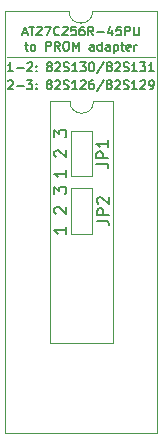
<source format=gbr>
G04 #@! TF.GenerationSoftware,KiCad,Pcbnew,(5.1.4)-1*
G04 #@! TF.CreationDate,2021-03-08T19:32:54-05:00*
G04 #@! TF.ProjectId,27c256_to_82s129,32376332-3536-45f7-946f-5f3832733132,rev?*
G04 #@! TF.SameCoordinates,Original*
G04 #@! TF.FileFunction,Legend,Top*
G04 #@! TF.FilePolarity,Positive*
%FSLAX46Y46*%
G04 Gerber Fmt 4.6, Leading zero omitted, Abs format (unit mm)*
G04 Created by KiCad (PCBNEW (5.1.4)-1) date 2021-03-08 19:32:54*
%MOMM*%
%LPD*%
G04 APERTURE LIST*
%ADD10C,0.120000*%
%ADD11C,0.150000*%
G04 APERTURE END LIST*
D10*
X130700000Y-90200000D02*
X143300000Y-90200000D01*
D11*
X132053571Y-88187500D02*
X132410714Y-88187500D01*
X131982142Y-88401785D02*
X132232142Y-87651785D01*
X132482142Y-88401785D01*
X132625000Y-87651785D02*
X133053571Y-87651785D01*
X132839285Y-88401785D02*
X132839285Y-87651785D01*
X133267857Y-87723214D02*
X133303571Y-87687500D01*
X133375000Y-87651785D01*
X133553571Y-87651785D01*
X133625000Y-87687500D01*
X133660714Y-87723214D01*
X133696428Y-87794642D01*
X133696428Y-87866071D01*
X133660714Y-87973214D01*
X133232142Y-88401785D01*
X133696428Y-88401785D01*
X133946428Y-87651785D02*
X134446428Y-87651785D01*
X134125000Y-88401785D01*
X135160714Y-88330357D02*
X135125000Y-88366071D01*
X135017857Y-88401785D01*
X134946428Y-88401785D01*
X134839285Y-88366071D01*
X134767857Y-88294642D01*
X134732142Y-88223214D01*
X134696428Y-88080357D01*
X134696428Y-87973214D01*
X134732142Y-87830357D01*
X134767857Y-87758928D01*
X134839285Y-87687500D01*
X134946428Y-87651785D01*
X135017857Y-87651785D01*
X135125000Y-87687500D01*
X135160714Y-87723214D01*
X135446428Y-87723214D02*
X135482142Y-87687500D01*
X135553571Y-87651785D01*
X135732142Y-87651785D01*
X135803571Y-87687500D01*
X135839285Y-87723214D01*
X135875000Y-87794642D01*
X135875000Y-87866071D01*
X135839285Y-87973214D01*
X135410714Y-88401785D01*
X135875000Y-88401785D01*
X136553571Y-87651785D02*
X136196428Y-87651785D01*
X136160714Y-88008928D01*
X136196428Y-87973214D01*
X136267857Y-87937500D01*
X136446428Y-87937500D01*
X136517857Y-87973214D01*
X136553571Y-88008928D01*
X136589285Y-88080357D01*
X136589285Y-88258928D01*
X136553571Y-88330357D01*
X136517857Y-88366071D01*
X136446428Y-88401785D01*
X136267857Y-88401785D01*
X136196428Y-88366071D01*
X136160714Y-88330357D01*
X137232142Y-87651785D02*
X137089285Y-87651785D01*
X137017857Y-87687500D01*
X136982142Y-87723214D01*
X136910714Y-87830357D01*
X136875000Y-87973214D01*
X136875000Y-88258928D01*
X136910714Y-88330357D01*
X136946428Y-88366071D01*
X137017857Y-88401785D01*
X137160714Y-88401785D01*
X137232142Y-88366071D01*
X137267857Y-88330357D01*
X137303571Y-88258928D01*
X137303571Y-88080357D01*
X137267857Y-88008928D01*
X137232142Y-87973214D01*
X137160714Y-87937500D01*
X137017857Y-87937500D01*
X136946428Y-87973214D01*
X136910714Y-88008928D01*
X136875000Y-88080357D01*
X138053571Y-88401785D02*
X137803571Y-88044642D01*
X137625000Y-88401785D02*
X137625000Y-87651785D01*
X137910714Y-87651785D01*
X137982142Y-87687500D01*
X138017857Y-87723214D01*
X138053571Y-87794642D01*
X138053571Y-87901785D01*
X138017857Y-87973214D01*
X137982142Y-88008928D01*
X137910714Y-88044642D01*
X137625000Y-88044642D01*
X138375000Y-88116071D02*
X138946428Y-88116071D01*
X139625000Y-87901785D02*
X139625000Y-88401785D01*
X139446428Y-87616071D02*
X139267857Y-88151785D01*
X139732142Y-88151785D01*
X140375000Y-87651785D02*
X140017857Y-87651785D01*
X139982142Y-88008928D01*
X140017857Y-87973214D01*
X140089285Y-87937500D01*
X140267857Y-87937500D01*
X140339285Y-87973214D01*
X140375000Y-88008928D01*
X140410714Y-88080357D01*
X140410714Y-88258928D01*
X140375000Y-88330357D01*
X140339285Y-88366071D01*
X140267857Y-88401785D01*
X140089285Y-88401785D01*
X140017857Y-88366071D01*
X139982142Y-88330357D01*
X140732142Y-88401785D02*
X140732142Y-87651785D01*
X141017857Y-87651785D01*
X141089285Y-87687500D01*
X141125000Y-87723214D01*
X141160714Y-87794642D01*
X141160714Y-87901785D01*
X141125000Y-87973214D01*
X141089285Y-88008928D01*
X141017857Y-88044642D01*
X140732142Y-88044642D01*
X141482142Y-87651785D02*
X141482142Y-88258928D01*
X141517857Y-88330357D01*
X141553571Y-88366071D01*
X141625000Y-88401785D01*
X141767857Y-88401785D01*
X141839285Y-88366071D01*
X141875000Y-88330357D01*
X141910714Y-88258928D01*
X141910714Y-87651785D01*
X132250000Y-89176785D02*
X132535714Y-89176785D01*
X132357142Y-88926785D02*
X132357142Y-89569642D01*
X132392857Y-89641071D01*
X132464285Y-89676785D01*
X132535714Y-89676785D01*
X132892857Y-89676785D02*
X132821428Y-89641071D01*
X132785714Y-89605357D01*
X132750000Y-89533928D01*
X132750000Y-89319642D01*
X132785714Y-89248214D01*
X132821428Y-89212500D01*
X132892857Y-89176785D01*
X133000000Y-89176785D01*
X133071428Y-89212500D01*
X133107142Y-89248214D01*
X133142857Y-89319642D01*
X133142857Y-89533928D01*
X133107142Y-89605357D01*
X133071428Y-89641071D01*
X133000000Y-89676785D01*
X132892857Y-89676785D01*
X134035714Y-89676785D02*
X134035714Y-88926785D01*
X134321428Y-88926785D01*
X134392857Y-88962500D01*
X134428571Y-88998214D01*
X134464285Y-89069642D01*
X134464285Y-89176785D01*
X134428571Y-89248214D01*
X134392857Y-89283928D01*
X134321428Y-89319642D01*
X134035714Y-89319642D01*
X135214285Y-89676785D02*
X134964285Y-89319642D01*
X134785714Y-89676785D02*
X134785714Y-88926785D01*
X135071428Y-88926785D01*
X135142857Y-88962500D01*
X135178571Y-88998214D01*
X135214285Y-89069642D01*
X135214285Y-89176785D01*
X135178571Y-89248214D01*
X135142857Y-89283928D01*
X135071428Y-89319642D01*
X134785714Y-89319642D01*
X135678571Y-88926785D02*
X135821428Y-88926785D01*
X135892857Y-88962500D01*
X135964285Y-89033928D01*
X136000000Y-89176785D01*
X136000000Y-89426785D01*
X135964285Y-89569642D01*
X135892857Y-89641071D01*
X135821428Y-89676785D01*
X135678571Y-89676785D01*
X135607142Y-89641071D01*
X135535714Y-89569642D01*
X135500000Y-89426785D01*
X135500000Y-89176785D01*
X135535714Y-89033928D01*
X135607142Y-88962500D01*
X135678571Y-88926785D01*
X136321428Y-89676785D02*
X136321428Y-88926785D01*
X136571428Y-89462500D01*
X136821428Y-88926785D01*
X136821428Y-89676785D01*
X138071428Y-89676785D02*
X138071428Y-89283928D01*
X138035714Y-89212500D01*
X137964285Y-89176785D01*
X137821428Y-89176785D01*
X137750000Y-89212500D01*
X138071428Y-89641071D02*
X138000000Y-89676785D01*
X137821428Y-89676785D01*
X137750000Y-89641071D01*
X137714285Y-89569642D01*
X137714285Y-89498214D01*
X137750000Y-89426785D01*
X137821428Y-89391071D01*
X138000000Y-89391071D01*
X138071428Y-89355357D01*
X138750000Y-89676785D02*
X138750000Y-88926785D01*
X138750000Y-89641071D02*
X138678571Y-89676785D01*
X138535714Y-89676785D01*
X138464285Y-89641071D01*
X138428571Y-89605357D01*
X138392857Y-89533928D01*
X138392857Y-89319642D01*
X138428571Y-89248214D01*
X138464285Y-89212500D01*
X138535714Y-89176785D01*
X138678571Y-89176785D01*
X138750000Y-89212500D01*
X139428571Y-89676785D02*
X139428571Y-89283928D01*
X139392857Y-89212500D01*
X139321428Y-89176785D01*
X139178571Y-89176785D01*
X139107142Y-89212500D01*
X139428571Y-89641071D02*
X139357142Y-89676785D01*
X139178571Y-89676785D01*
X139107142Y-89641071D01*
X139071428Y-89569642D01*
X139071428Y-89498214D01*
X139107142Y-89426785D01*
X139178571Y-89391071D01*
X139357142Y-89391071D01*
X139428571Y-89355357D01*
X139785714Y-89176785D02*
X139785714Y-89926785D01*
X139785714Y-89212500D02*
X139857142Y-89176785D01*
X140000000Y-89176785D01*
X140071428Y-89212500D01*
X140107142Y-89248214D01*
X140142857Y-89319642D01*
X140142857Y-89533928D01*
X140107142Y-89605357D01*
X140071428Y-89641071D01*
X140000000Y-89676785D01*
X139857142Y-89676785D01*
X139785714Y-89641071D01*
X140357142Y-89176785D02*
X140642857Y-89176785D01*
X140464285Y-88926785D02*
X140464285Y-89569642D01*
X140500000Y-89641071D01*
X140571428Y-89676785D01*
X140642857Y-89676785D01*
X141178571Y-89641071D02*
X141107142Y-89676785D01*
X140964285Y-89676785D01*
X140892857Y-89641071D01*
X140857142Y-89569642D01*
X140857142Y-89283928D01*
X140892857Y-89212500D01*
X140964285Y-89176785D01*
X141107142Y-89176785D01*
X141178571Y-89212500D01*
X141214285Y-89283928D01*
X141214285Y-89355357D01*
X140857142Y-89426785D01*
X141535714Y-89676785D02*
X141535714Y-89176785D01*
X141535714Y-89319642D02*
X141571428Y-89248214D01*
X141607142Y-89212500D01*
X141678571Y-89176785D01*
X141750000Y-89176785D01*
X130821428Y-92260714D02*
X130857142Y-92225000D01*
X130928571Y-92189285D01*
X131107142Y-92189285D01*
X131178571Y-92225000D01*
X131214285Y-92260714D01*
X131250000Y-92332142D01*
X131250000Y-92403571D01*
X131214285Y-92510714D01*
X130785714Y-92939285D01*
X131250000Y-92939285D01*
X131571428Y-92653571D02*
X132142857Y-92653571D01*
X132428571Y-92189285D02*
X132892857Y-92189285D01*
X132642857Y-92475000D01*
X132750000Y-92475000D01*
X132821428Y-92510714D01*
X132857142Y-92546428D01*
X132892857Y-92617857D01*
X132892857Y-92796428D01*
X132857142Y-92867857D01*
X132821428Y-92903571D01*
X132750000Y-92939285D01*
X132535714Y-92939285D01*
X132464285Y-92903571D01*
X132428571Y-92867857D01*
X133214285Y-92867857D02*
X133250000Y-92903571D01*
X133214285Y-92939285D01*
X133178571Y-92903571D01*
X133214285Y-92867857D01*
X133214285Y-92939285D01*
X133214285Y-92475000D02*
X133250000Y-92510714D01*
X133214285Y-92546428D01*
X133178571Y-92510714D01*
X133214285Y-92475000D01*
X133214285Y-92546428D01*
X134250000Y-92510714D02*
X134178571Y-92475000D01*
X134142857Y-92439285D01*
X134107142Y-92367857D01*
X134107142Y-92332142D01*
X134142857Y-92260714D01*
X134178571Y-92225000D01*
X134250000Y-92189285D01*
X134392857Y-92189285D01*
X134464285Y-92225000D01*
X134500000Y-92260714D01*
X134535714Y-92332142D01*
X134535714Y-92367857D01*
X134500000Y-92439285D01*
X134464285Y-92475000D01*
X134392857Y-92510714D01*
X134250000Y-92510714D01*
X134178571Y-92546428D01*
X134142857Y-92582142D01*
X134107142Y-92653571D01*
X134107142Y-92796428D01*
X134142857Y-92867857D01*
X134178571Y-92903571D01*
X134250000Y-92939285D01*
X134392857Y-92939285D01*
X134464285Y-92903571D01*
X134500000Y-92867857D01*
X134535714Y-92796428D01*
X134535714Y-92653571D01*
X134500000Y-92582142D01*
X134464285Y-92546428D01*
X134392857Y-92510714D01*
X134821428Y-92260714D02*
X134857142Y-92225000D01*
X134928571Y-92189285D01*
X135107142Y-92189285D01*
X135178571Y-92225000D01*
X135214285Y-92260714D01*
X135250000Y-92332142D01*
X135250000Y-92403571D01*
X135214285Y-92510714D01*
X134785714Y-92939285D01*
X135250000Y-92939285D01*
X135535714Y-92903571D02*
X135642857Y-92939285D01*
X135821428Y-92939285D01*
X135892857Y-92903571D01*
X135928571Y-92867857D01*
X135964285Y-92796428D01*
X135964285Y-92725000D01*
X135928571Y-92653571D01*
X135892857Y-92617857D01*
X135821428Y-92582142D01*
X135678571Y-92546428D01*
X135607142Y-92510714D01*
X135571428Y-92475000D01*
X135535714Y-92403571D01*
X135535714Y-92332142D01*
X135571428Y-92260714D01*
X135607142Y-92225000D01*
X135678571Y-92189285D01*
X135857142Y-92189285D01*
X135964285Y-92225000D01*
X136678571Y-92939285D02*
X136250000Y-92939285D01*
X136464285Y-92939285D02*
X136464285Y-92189285D01*
X136392857Y-92296428D01*
X136321428Y-92367857D01*
X136250000Y-92403571D01*
X136964285Y-92260714D02*
X137000000Y-92225000D01*
X137071428Y-92189285D01*
X137250000Y-92189285D01*
X137321428Y-92225000D01*
X137357142Y-92260714D01*
X137392857Y-92332142D01*
X137392857Y-92403571D01*
X137357142Y-92510714D01*
X136928571Y-92939285D01*
X137392857Y-92939285D01*
X138035714Y-92189285D02*
X137892857Y-92189285D01*
X137821428Y-92225000D01*
X137785714Y-92260714D01*
X137714285Y-92367857D01*
X137678571Y-92510714D01*
X137678571Y-92796428D01*
X137714285Y-92867857D01*
X137750000Y-92903571D01*
X137821428Y-92939285D01*
X137964285Y-92939285D01*
X138035714Y-92903571D01*
X138071428Y-92867857D01*
X138107142Y-92796428D01*
X138107142Y-92617857D01*
X138071428Y-92546428D01*
X138035714Y-92510714D01*
X137964285Y-92475000D01*
X137821428Y-92475000D01*
X137750000Y-92510714D01*
X137714285Y-92546428D01*
X137678571Y-92617857D01*
X138964285Y-92153571D02*
X138321428Y-93117857D01*
X139321428Y-92510714D02*
X139250000Y-92475000D01*
X139214285Y-92439285D01*
X139178571Y-92367857D01*
X139178571Y-92332142D01*
X139214285Y-92260714D01*
X139250000Y-92225000D01*
X139321428Y-92189285D01*
X139464285Y-92189285D01*
X139535714Y-92225000D01*
X139571428Y-92260714D01*
X139607142Y-92332142D01*
X139607142Y-92367857D01*
X139571428Y-92439285D01*
X139535714Y-92475000D01*
X139464285Y-92510714D01*
X139321428Y-92510714D01*
X139250000Y-92546428D01*
X139214285Y-92582142D01*
X139178571Y-92653571D01*
X139178571Y-92796428D01*
X139214285Y-92867857D01*
X139250000Y-92903571D01*
X139321428Y-92939285D01*
X139464285Y-92939285D01*
X139535714Y-92903571D01*
X139571428Y-92867857D01*
X139607142Y-92796428D01*
X139607142Y-92653571D01*
X139571428Y-92582142D01*
X139535714Y-92546428D01*
X139464285Y-92510714D01*
X139892857Y-92260714D02*
X139928571Y-92225000D01*
X140000000Y-92189285D01*
X140178571Y-92189285D01*
X140250000Y-92225000D01*
X140285714Y-92260714D01*
X140321428Y-92332142D01*
X140321428Y-92403571D01*
X140285714Y-92510714D01*
X139857142Y-92939285D01*
X140321428Y-92939285D01*
X140607142Y-92903571D02*
X140714285Y-92939285D01*
X140892857Y-92939285D01*
X140964285Y-92903571D01*
X141000000Y-92867857D01*
X141035714Y-92796428D01*
X141035714Y-92725000D01*
X141000000Y-92653571D01*
X140964285Y-92617857D01*
X140892857Y-92582142D01*
X140750000Y-92546428D01*
X140678571Y-92510714D01*
X140642857Y-92475000D01*
X140607142Y-92403571D01*
X140607142Y-92332142D01*
X140642857Y-92260714D01*
X140678571Y-92225000D01*
X140750000Y-92189285D01*
X140928571Y-92189285D01*
X141035714Y-92225000D01*
X141750000Y-92939285D02*
X141321428Y-92939285D01*
X141535714Y-92939285D02*
X141535714Y-92189285D01*
X141464285Y-92296428D01*
X141392857Y-92367857D01*
X141321428Y-92403571D01*
X142035714Y-92260714D02*
X142071428Y-92225000D01*
X142142857Y-92189285D01*
X142321428Y-92189285D01*
X142392857Y-92225000D01*
X142428571Y-92260714D01*
X142464285Y-92332142D01*
X142464285Y-92403571D01*
X142428571Y-92510714D01*
X142000000Y-92939285D01*
X142464285Y-92939285D01*
X142821428Y-92939285D02*
X142964285Y-92939285D01*
X143035714Y-92903571D01*
X143071428Y-92867857D01*
X143142857Y-92760714D01*
X143178571Y-92617857D01*
X143178571Y-92332142D01*
X143142857Y-92260714D01*
X143107142Y-92225000D01*
X143035714Y-92189285D01*
X142892857Y-92189285D01*
X142821428Y-92225000D01*
X142785714Y-92260714D01*
X142750000Y-92332142D01*
X142750000Y-92510714D01*
X142785714Y-92582142D01*
X142821428Y-92617857D01*
X142892857Y-92653571D01*
X143035714Y-92653571D01*
X143107142Y-92617857D01*
X143142857Y-92582142D01*
X143178571Y-92510714D01*
X131250000Y-91439285D02*
X130821428Y-91439285D01*
X131035714Y-91439285D02*
X131035714Y-90689285D01*
X130964285Y-90796428D01*
X130892857Y-90867857D01*
X130821428Y-90903571D01*
X131571428Y-91153571D02*
X132142857Y-91153571D01*
X132464285Y-90760714D02*
X132500000Y-90725000D01*
X132571428Y-90689285D01*
X132750000Y-90689285D01*
X132821428Y-90725000D01*
X132857142Y-90760714D01*
X132892857Y-90832142D01*
X132892857Y-90903571D01*
X132857142Y-91010714D01*
X132428571Y-91439285D01*
X132892857Y-91439285D01*
X133214285Y-91367857D02*
X133250000Y-91403571D01*
X133214285Y-91439285D01*
X133178571Y-91403571D01*
X133214285Y-91367857D01*
X133214285Y-91439285D01*
X133214285Y-90975000D02*
X133250000Y-91010714D01*
X133214285Y-91046428D01*
X133178571Y-91010714D01*
X133214285Y-90975000D01*
X133214285Y-91046428D01*
X134250000Y-91010714D02*
X134178571Y-90975000D01*
X134142857Y-90939285D01*
X134107142Y-90867857D01*
X134107142Y-90832142D01*
X134142857Y-90760714D01*
X134178571Y-90725000D01*
X134250000Y-90689285D01*
X134392857Y-90689285D01*
X134464285Y-90725000D01*
X134500000Y-90760714D01*
X134535714Y-90832142D01*
X134535714Y-90867857D01*
X134500000Y-90939285D01*
X134464285Y-90975000D01*
X134392857Y-91010714D01*
X134250000Y-91010714D01*
X134178571Y-91046428D01*
X134142857Y-91082142D01*
X134107142Y-91153571D01*
X134107142Y-91296428D01*
X134142857Y-91367857D01*
X134178571Y-91403571D01*
X134250000Y-91439285D01*
X134392857Y-91439285D01*
X134464285Y-91403571D01*
X134500000Y-91367857D01*
X134535714Y-91296428D01*
X134535714Y-91153571D01*
X134500000Y-91082142D01*
X134464285Y-91046428D01*
X134392857Y-91010714D01*
X134821428Y-90760714D02*
X134857142Y-90725000D01*
X134928571Y-90689285D01*
X135107142Y-90689285D01*
X135178571Y-90725000D01*
X135214285Y-90760714D01*
X135250000Y-90832142D01*
X135250000Y-90903571D01*
X135214285Y-91010714D01*
X134785714Y-91439285D01*
X135250000Y-91439285D01*
X135535714Y-91403571D02*
X135642857Y-91439285D01*
X135821428Y-91439285D01*
X135892857Y-91403571D01*
X135928571Y-91367857D01*
X135964285Y-91296428D01*
X135964285Y-91225000D01*
X135928571Y-91153571D01*
X135892857Y-91117857D01*
X135821428Y-91082142D01*
X135678571Y-91046428D01*
X135607142Y-91010714D01*
X135571428Y-90975000D01*
X135535714Y-90903571D01*
X135535714Y-90832142D01*
X135571428Y-90760714D01*
X135607142Y-90725000D01*
X135678571Y-90689285D01*
X135857142Y-90689285D01*
X135964285Y-90725000D01*
X136678571Y-91439285D02*
X136250000Y-91439285D01*
X136464285Y-91439285D02*
X136464285Y-90689285D01*
X136392857Y-90796428D01*
X136321428Y-90867857D01*
X136250000Y-90903571D01*
X136928571Y-90689285D02*
X137392857Y-90689285D01*
X137142857Y-90975000D01*
X137250000Y-90975000D01*
X137321428Y-91010714D01*
X137357142Y-91046428D01*
X137392857Y-91117857D01*
X137392857Y-91296428D01*
X137357142Y-91367857D01*
X137321428Y-91403571D01*
X137250000Y-91439285D01*
X137035714Y-91439285D01*
X136964285Y-91403571D01*
X136928571Y-91367857D01*
X137857142Y-90689285D02*
X137928571Y-90689285D01*
X138000000Y-90725000D01*
X138035714Y-90760714D01*
X138071428Y-90832142D01*
X138107142Y-90975000D01*
X138107142Y-91153571D01*
X138071428Y-91296428D01*
X138035714Y-91367857D01*
X138000000Y-91403571D01*
X137928571Y-91439285D01*
X137857142Y-91439285D01*
X137785714Y-91403571D01*
X137750000Y-91367857D01*
X137714285Y-91296428D01*
X137678571Y-91153571D01*
X137678571Y-90975000D01*
X137714285Y-90832142D01*
X137750000Y-90760714D01*
X137785714Y-90725000D01*
X137857142Y-90689285D01*
X138964285Y-90653571D02*
X138321428Y-91617857D01*
X139321428Y-91010714D02*
X139250000Y-90975000D01*
X139214285Y-90939285D01*
X139178571Y-90867857D01*
X139178571Y-90832142D01*
X139214285Y-90760714D01*
X139250000Y-90725000D01*
X139321428Y-90689285D01*
X139464285Y-90689285D01*
X139535714Y-90725000D01*
X139571428Y-90760714D01*
X139607142Y-90832142D01*
X139607142Y-90867857D01*
X139571428Y-90939285D01*
X139535714Y-90975000D01*
X139464285Y-91010714D01*
X139321428Y-91010714D01*
X139250000Y-91046428D01*
X139214285Y-91082142D01*
X139178571Y-91153571D01*
X139178571Y-91296428D01*
X139214285Y-91367857D01*
X139250000Y-91403571D01*
X139321428Y-91439285D01*
X139464285Y-91439285D01*
X139535714Y-91403571D01*
X139571428Y-91367857D01*
X139607142Y-91296428D01*
X139607142Y-91153571D01*
X139571428Y-91082142D01*
X139535714Y-91046428D01*
X139464285Y-91010714D01*
X139892857Y-90760714D02*
X139928571Y-90725000D01*
X140000000Y-90689285D01*
X140178571Y-90689285D01*
X140250000Y-90725000D01*
X140285714Y-90760714D01*
X140321428Y-90832142D01*
X140321428Y-90903571D01*
X140285714Y-91010714D01*
X139857142Y-91439285D01*
X140321428Y-91439285D01*
X140607142Y-91403571D02*
X140714285Y-91439285D01*
X140892857Y-91439285D01*
X140964285Y-91403571D01*
X141000000Y-91367857D01*
X141035714Y-91296428D01*
X141035714Y-91225000D01*
X141000000Y-91153571D01*
X140964285Y-91117857D01*
X140892857Y-91082142D01*
X140750000Y-91046428D01*
X140678571Y-91010714D01*
X140642857Y-90975000D01*
X140607142Y-90903571D01*
X140607142Y-90832142D01*
X140642857Y-90760714D01*
X140678571Y-90725000D01*
X140750000Y-90689285D01*
X140928571Y-90689285D01*
X141035714Y-90725000D01*
X141750000Y-91439285D02*
X141321428Y-91439285D01*
X141535714Y-91439285D02*
X141535714Y-90689285D01*
X141464285Y-90796428D01*
X141392857Y-90867857D01*
X141321428Y-90903571D01*
X142000000Y-90689285D02*
X142464285Y-90689285D01*
X142214285Y-90975000D01*
X142321428Y-90975000D01*
X142392857Y-91010714D01*
X142428571Y-91046428D01*
X142464285Y-91117857D01*
X142464285Y-91296428D01*
X142428571Y-91367857D01*
X142392857Y-91403571D01*
X142321428Y-91439285D01*
X142107142Y-91439285D01*
X142035714Y-91403571D01*
X142000000Y-91367857D01*
X143178571Y-91439285D02*
X142750000Y-91439285D01*
X142964285Y-91439285D02*
X142964285Y-90689285D01*
X142892857Y-90796428D01*
X142821428Y-90867857D01*
X142750000Y-90903571D01*
X135752380Y-99828571D02*
X135752380Y-100400000D01*
X135752380Y-100114285D02*
X134752380Y-100114285D01*
X134895238Y-100209523D01*
X134990476Y-100304761D01*
X135038095Y-100400000D01*
X134847619Y-98685714D02*
X134800000Y-98638095D01*
X134752380Y-98542857D01*
X134752380Y-98304761D01*
X134800000Y-98209523D01*
X134847619Y-98161904D01*
X134942857Y-98114285D01*
X135038095Y-98114285D01*
X135180952Y-98161904D01*
X135752380Y-98733333D01*
X135752380Y-98114285D01*
X134752380Y-97019047D02*
X134752380Y-96400000D01*
X135133333Y-96733333D01*
X135133333Y-96590476D01*
X135180952Y-96495238D01*
X135228571Y-96447619D01*
X135323809Y-96400000D01*
X135561904Y-96400000D01*
X135657142Y-96447619D01*
X135704761Y-96495238D01*
X135752380Y-96590476D01*
X135752380Y-96876190D01*
X135704761Y-96971428D01*
X135657142Y-97019047D01*
X135752380Y-104628571D02*
X135752380Y-105200000D01*
X135752380Y-104914285D02*
X134752380Y-104914285D01*
X134895238Y-105009523D01*
X134990476Y-105104761D01*
X135038095Y-105200000D01*
X134847619Y-103485714D02*
X134800000Y-103438095D01*
X134752380Y-103342857D01*
X134752380Y-103104761D01*
X134800000Y-103009523D01*
X134847619Y-102961904D01*
X134942857Y-102914285D01*
X135038095Y-102914285D01*
X135180952Y-102961904D01*
X135752380Y-103533333D01*
X135752380Y-102914285D01*
X134752380Y-101819047D02*
X134752380Y-101200000D01*
X135133333Y-101533333D01*
X135133333Y-101390476D01*
X135180952Y-101295238D01*
X135228571Y-101247619D01*
X135323809Y-101200000D01*
X135561904Y-101200000D01*
X135657142Y-101247619D01*
X135704761Y-101295238D01*
X135752380Y-101390476D01*
X135752380Y-101676190D01*
X135704761Y-101771428D01*
X135657142Y-101819047D01*
D10*
X139720000Y-93990000D02*
X138070000Y-93990000D01*
X139720000Y-114430000D02*
X139720000Y-93990000D01*
X134420000Y-114430000D02*
X139720000Y-114430000D01*
X134420000Y-93990000D02*
X134420000Y-114430000D01*
X136070000Y-93990000D02*
X134420000Y-93990000D01*
X138070000Y-93990000D02*
G75*
G02X136070000Y-93990000I-1000000J0D01*
G01*
X137940000Y-100300000D02*
X136160000Y-100300000D01*
X136160000Y-96480000D02*
X136160000Y-100300000D01*
X137940000Y-96480000D02*
X136160000Y-96480000D01*
X137940000Y-100300000D02*
X137940000Y-96480000D01*
X137940000Y-105170000D02*
X137940000Y-101350000D01*
X137940000Y-101350000D02*
X136160000Y-101350000D01*
X136160000Y-101350000D02*
X136160000Y-105170000D01*
X137940000Y-105170000D02*
X136160000Y-105170000D01*
X143455001Y-86355001D02*
X137995001Y-86355001D01*
X143455001Y-122035001D02*
X143455001Y-86355001D01*
X130535001Y-122035001D02*
X143455001Y-122035001D01*
X130535001Y-86355001D02*
X130535001Y-122035001D01*
X135995001Y-86355001D02*
X130535001Y-86355001D01*
X137995001Y-86355001D02*
G75*
G02X135995001Y-86355001I-1000000J0D01*
G01*
D11*
X138312380Y-99263333D02*
X139026666Y-99263333D01*
X139169523Y-99310952D01*
X139264761Y-99406190D01*
X139312380Y-99549047D01*
X139312380Y-99644285D01*
X139312380Y-98787142D02*
X138312380Y-98787142D01*
X138312380Y-98406190D01*
X138360000Y-98310952D01*
X138407619Y-98263333D01*
X138502857Y-98215714D01*
X138645714Y-98215714D01*
X138740952Y-98263333D01*
X138788571Y-98310952D01*
X138836190Y-98406190D01*
X138836190Y-98787142D01*
X139312380Y-97263333D02*
X139312380Y-97834761D01*
X139312380Y-97549047D02*
X138312380Y-97549047D01*
X138455238Y-97644285D01*
X138550476Y-97739523D01*
X138598095Y-97834761D01*
X138362380Y-104093333D02*
X139076666Y-104093333D01*
X139219523Y-104140952D01*
X139314761Y-104236190D01*
X139362380Y-104379047D01*
X139362380Y-104474285D01*
X139362380Y-103617142D02*
X138362380Y-103617142D01*
X138362380Y-103236190D01*
X138410000Y-103140952D01*
X138457619Y-103093333D01*
X138552857Y-103045714D01*
X138695714Y-103045714D01*
X138790952Y-103093333D01*
X138838571Y-103140952D01*
X138886190Y-103236190D01*
X138886190Y-103617142D01*
X138457619Y-102664761D02*
X138410000Y-102617142D01*
X138362380Y-102521904D01*
X138362380Y-102283809D01*
X138410000Y-102188571D01*
X138457619Y-102140952D01*
X138552857Y-102093333D01*
X138648095Y-102093333D01*
X138790952Y-102140952D01*
X139362380Y-102712380D01*
X139362380Y-102093333D01*
M02*

</source>
